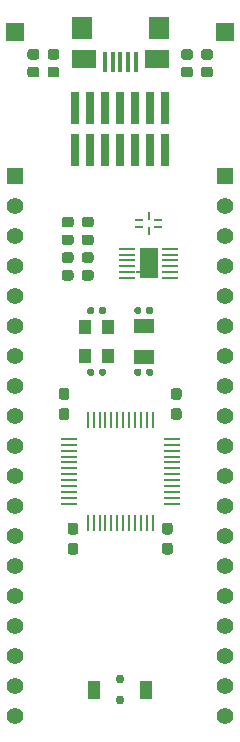
<source format=gts>
G04 #@! TF.GenerationSoftware,KiCad,Pcbnew,(5.1.9-0-10_14)*
G04 #@! TF.CreationDate,2021-07-10T20:46:14+09:00*
G04 #@! TF.ProjectId,EB-STM32L4P5CG,45422d53-544d-4333-924c-34503543472e,V1.0*
G04 #@! TF.SameCoordinates,Original*
G04 #@! TF.FileFunction,Soldermask,Top*
G04 #@! TF.FilePolarity,Negative*
%FSLAX46Y46*%
G04 Gerber Fmt 4.6, Leading zero omitted, Abs format (unit mm)*
G04 Created by KiCad (PCBNEW (5.1.9-0-10_14)) date 2021-07-10 20:46:14*
%MOMM*%
%LPD*%
G01*
G04 APERTURE LIST*
%ADD10R,1.100000X1.250000*%
%ADD11R,1.800000X1.200000*%
%ADD12R,0.150000X1.400000*%
%ADD13R,1.400000X0.150000*%
%ADD14R,1.500000X2.500000*%
%ADD15R,0.350000X0.150000*%
%ADD16R,0.675000X0.200000*%
%ADD17R,0.200000X0.700000*%
%ADD18R,1.600000X1.600000*%
%ADD19R,1.000000X1.600000*%
%ADD20C,0.750000*%
%ADD21C,1.400000*%
%ADD22R,1.400000X1.400000*%
%ADD23R,0.650000X2.770000*%
%ADD24R,1.800000X1.900000*%
%ADD25R,2.100000X1.600000*%
%ADD26R,0.300000X1.750000*%
G04 APERTURE END LIST*
D10*
X-3000000Y-15250000D03*
X-3000000Y-12750000D03*
X-1000000Y-12750000D03*
X-1000000Y-15250000D03*
G36*
G01*
X-2250000Y-3675000D02*
X-2250000Y-4125000D01*
G75*
G02*
X-2475000Y-4350000I-225000J0D01*
G01*
X-3025000Y-4350000D01*
G75*
G02*
X-3250000Y-4125000I0J225000D01*
G01*
X-3250000Y-3675000D01*
G75*
G02*
X-3025000Y-3450000I225000J0D01*
G01*
X-2475000Y-3450000D01*
G75*
G02*
X-2250000Y-3675000I0J-225000D01*
G01*
G37*
G36*
G01*
X-3950000Y-3675000D02*
X-3950000Y-4125000D01*
G75*
G02*
X-4175000Y-4350000I-225000J0D01*
G01*
X-4725000Y-4350000D01*
G75*
G02*
X-4950000Y-4125000I0J225000D01*
G01*
X-4950000Y-3675000D01*
G75*
G02*
X-4725000Y-3450000I225000J0D01*
G01*
X-4175000Y-3450000D01*
G75*
G02*
X-3950000Y-3675000I0J-225000D01*
G01*
G37*
G36*
G01*
X-2250000Y-5175000D02*
X-2250000Y-5625000D01*
G75*
G02*
X-2475000Y-5850000I-225000J0D01*
G01*
X-3025000Y-5850000D01*
G75*
G02*
X-3250000Y-5625000I0J225000D01*
G01*
X-3250000Y-5175000D01*
G75*
G02*
X-3025000Y-4950000I225000J0D01*
G01*
X-2475000Y-4950000D01*
G75*
G02*
X-2250000Y-5175000I0J-225000D01*
G01*
G37*
G36*
G01*
X-3950000Y-5175000D02*
X-3950000Y-5625000D01*
G75*
G02*
X-4175000Y-5850000I-225000J0D01*
G01*
X-4725000Y-5850000D01*
G75*
G02*
X-4950000Y-5625000I0J225000D01*
G01*
X-4950000Y-5175000D01*
G75*
G02*
X-4725000Y-4950000I225000J0D01*
G01*
X-4175000Y-4950000D01*
G75*
G02*
X-3950000Y-5175000I0J-225000D01*
G01*
G37*
D11*
X2000000Y-12700000D03*
X2000000Y-15300000D03*
D12*
X2750000Y-20650000D03*
X2250000Y-20650000D03*
X1750000Y-20650000D03*
X1250000Y-20650000D03*
X750000Y-20650000D03*
X250000Y-20650000D03*
X-250000Y-20650000D03*
X-750000Y-20650000D03*
X-1250000Y-20650000D03*
X-1750000Y-20650000D03*
X-2250000Y-20650000D03*
X-2750000Y-20650000D03*
D13*
X-4350000Y-22250000D03*
X-4350000Y-22750000D03*
X-4350000Y-23250000D03*
X-4350000Y-23750000D03*
X-4350000Y-24250000D03*
X-4350000Y-24750000D03*
X-4350000Y-25250000D03*
X-4350000Y-25750000D03*
X-4350000Y-26250000D03*
X-4350000Y-26750000D03*
X-4350000Y-27250000D03*
X-4350000Y-27750000D03*
D12*
X-2750000Y-29350000D03*
X-2250000Y-29350000D03*
X-1750000Y-29350000D03*
X-1250000Y-29350000D03*
X-750000Y-29350000D03*
X-250000Y-29350000D03*
X250000Y-29350000D03*
X750000Y-29350000D03*
X1250000Y-29350000D03*
X1750000Y-29350000D03*
X2250000Y-29350000D03*
X2750000Y-29350000D03*
D13*
X4350000Y-27750000D03*
X4350000Y-27250000D03*
X4350000Y-26750000D03*
X4350000Y-26250000D03*
X4350000Y-25750000D03*
X4350000Y-25250000D03*
X4350000Y-24750000D03*
X4350000Y-24250000D03*
X4350000Y-23750000D03*
X4350000Y-23250000D03*
X4350000Y-22750000D03*
X4350000Y-22250000D03*
D14*
X2400000Y-7400000D03*
D13*
X4200000Y-6150000D03*
X4200000Y-6650000D03*
X4200000Y-7150000D03*
X4200000Y-7650000D03*
X4200000Y-8150000D03*
X4200000Y-8650000D03*
X600000Y-8650000D03*
X600000Y-8150000D03*
X600000Y-7650000D03*
X600000Y-7150000D03*
X600000Y-6650000D03*
X600000Y-6150000D03*
D15*
X1475000Y-8150000D03*
D16*
X1612500Y-4275000D03*
X1612500Y-3725000D03*
D17*
X2400000Y-3350000D03*
D16*
X3187500Y-3725000D03*
X3187500Y-4275000D03*
D17*
X2400000Y-4650000D03*
D18*
X8900000Y12200000D03*
X-8890000Y12200000D03*
D19*
X-2200000Y-43500000D03*
X2200000Y-43500000D03*
D20*
X0Y-44400000D03*
X0Y-42600000D03*
G36*
G01*
X-2250000Y-6675000D02*
X-2250000Y-7125000D01*
G75*
G02*
X-2475000Y-7350000I-225000J0D01*
G01*
X-3025000Y-7350000D01*
G75*
G02*
X-3250000Y-7125000I0J225000D01*
G01*
X-3250000Y-6675000D01*
G75*
G02*
X-3025000Y-6450000I225000J0D01*
G01*
X-2475000Y-6450000D01*
G75*
G02*
X-2250000Y-6675000I0J-225000D01*
G01*
G37*
G36*
G01*
X-3950000Y-6675000D02*
X-3950000Y-7125000D01*
G75*
G02*
X-4175000Y-7350000I-225000J0D01*
G01*
X-4725000Y-7350000D01*
G75*
G02*
X-4950000Y-7125000I0J225000D01*
G01*
X-4950000Y-6675000D01*
G75*
G02*
X-4725000Y-6450000I225000J0D01*
G01*
X-4175000Y-6450000D01*
G75*
G02*
X-3950000Y-6675000I0J-225000D01*
G01*
G37*
G36*
G01*
X-7850000Y8575000D02*
X-7850000Y9025000D01*
G75*
G02*
X-7625000Y9250000I225000J0D01*
G01*
X-7075000Y9250000D01*
G75*
G02*
X-6850000Y9025000I0J-225000D01*
G01*
X-6850000Y8575000D01*
G75*
G02*
X-7075000Y8350000I-225000J0D01*
G01*
X-7625000Y8350000D01*
G75*
G02*
X-7850000Y8575000I0J225000D01*
G01*
G37*
G36*
G01*
X-6150000Y8575000D02*
X-6150000Y9025000D01*
G75*
G02*
X-5925000Y9250000I225000J0D01*
G01*
X-5375000Y9250000D01*
G75*
G02*
X-5150000Y9025000I0J-225000D01*
G01*
X-5150000Y8575000D01*
G75*
G02*
X-5375000Y8350000I-225000J0D01*
G01*
X-5925000Y8350000D01*
G75*
G02*
X-6150000Y8575000I0J225000D01*
G01*
G37*
G36*
G01*
X5150000Y8575000D02*
X5150000Y9025000D01*
G75*
G02*
X5375000Y9250000I225000J0D01*
G01*
X5925000Y9250000D01*
G75*
G02*
X6150000Y9025000I0J-225000D01*
G01*
X6150000Y8575000D01*
G75*
G02*
X5925000Y8350000I-225000J0D01*
G01*
X5375000Y8350000D01*
G75*
G02*
X5150000Y8575000I0J225000D01*
G01*
G37*
G36*
G01*
X6850000Y8575000D02*
X6850000Y9025000D01*
G75*
G02*
X7075000Y9250000I225000J0D01*
G01*
X7625000Y9250000D01*
G75*
G02*
X7850000Y9025000I0J-225000D01*
G01*
X7850000Y8575000D01*
G75*
G02*
X7625000Y8350000I-225000J0D01*
G01*
X7075000Y8350000D01*
G75*
G02*
X6850000Y8575000I0J225000D01*
G01*
G37*
D21*
X8890000Y-45720000D03*
X8890000Y-43180000D03*
X8890000Y-40640000D03*
X8890000Y-38100000D03*
X8890000Y-35560000D03*
X8890000Y-33020000D03*
D22*
X8890000Y0D03*
D21*
X8890000Y-2540000D03*
X8890000Y-5080000D03*
X8890000Y-7620000D03*
X8890000Y-10160000D03*
X8890000Y-12700000D03*
X8890000Y-15240000D03*
X8890000Y-17780000D03*
X8890000Y-20320000D03*
X8890000Y-22860000D03*
X8890000Y-25400000D03*
X8890000Y-27940000D03*
X8890000Y-30480000D03*
X-8890000Y-45720000D03*
X-8890000Y-43180000D03*
X-8890000Y-40640000D03*
X-8890000Y-38100000D03*
X-8890000Y-35560000D03*
X-8890000Y-33020000D03*
D22*
X-8890000Y0D03*
D21*
X-8890000Y-2540000D03*
X-8890000Y-5080000D03*
X-8890000Y-7620000D03*
X-8890000Y-10160000D03*
X-8890000Y-12700000D03*
X-8890000Y-15240000D03*
X-8890000Y-17780000D03*
X-8890000Y-20320000D03*
X-8890000Y-22860000D03*
X-8890000Y-25400000D03*
X-8890000Y-27940000D03*
X-8890000Y-30480000D03*
D23*
X3810000Y5778000D03*
X3810000Y2222000D03*
X2540000Y5778000D03*
X2540000Y2222000D03*
X1270000Y5778000D03*
X1270000Y2222000D03*
X0Y5778000D03*
X0Y2222000D03*
X-1270000Y5778000D03*
X-1270000Y2222000D03*
X-2540000Y5778000D03*
X-2540000Y2222000D03*
X-3810000Y5778000D03*
X-3810000Y2222000D03*
D24*
X-3250000Y12500000D03*
X3250000Y12500000D03*
D25*
X-3100000Y9950000D03*
X3100000Y9950000D03*
D26*
X-1300000Y9625000D03*
X-650000Y9625000D03*
X0Y9625000D03*
X650000Y9625000D03*
X1300000Y9625000D03*
G36*
G01*
X7850000Y10525000D02*
X7850000Y10075000D01*
G75*
G02*
X7625000Y9850000I-225000J0D01*
G01*
X7075000Y9850000D01*
G75*
G02*
X6850000Y10075000I0J225000D01*
G01*
X6850000Y10525000D01*
G75*
G02*
X7075000Y10750000I225000J0D01*
G01*
X7625000Y10750000D01*
G75*
G02*
X7850000Y10525000I0J-225000D01*
G01*
G37*
G36*
G01*
X6150000Y10525000D02*
X6150000Y10075000D01*
G75*
G02*
X5925000Y9850000I-225000J0D01*
G01*
X5375000Y9850000D01*
G75*
G02*
X5150000Y10075000I0J225000D01*
G01*
X5150000Y10525000D01*
G75*
G02*
X5375000Y10750000I225000J0D01*
G01*
X5925000Y10750000D01*
G75*
G02*
X6150000Y10525000I0J-225000D01*
G01*
G37*
G36*
G01*
X-2250000Y-8175000D02*
X-2250000Y-8625000D01*
G75*
G02*
X-2475000Y-8850000I-225000J0D01*
G01*
X-3025000Y-8850000D01*
G75*
G02*
X-3250000Y-8625000I0J225000D01*
G01*
X-3250000Y-8175000D01*
G75*
G02*
X-3025000Y-7950000I225000J0D01*
G01*
X-2475000Y-7950000D01*
G75*
G02*
X-2250000Y-8175000I0J-225000D01*
G01*
G37*
G36*
G01*
X-3950000Y-8175000D02*
X-3950000Y-8625000D01*
G75*
G02*
X-4175000Y-8850000I-225000J0D01*
G01*
X-4725000Y-8850000D01*
G75*
G02*
X-4950000Y-8625000I0J225000D01*
G01*
X-4950000Y-8175000D01*
G75*
G02*
X-4725000Y-7950000I225000J0D01*
G01*
X-4175000Y-7950000D01*
G75*
G02*
X-3950000Y-8175000I0J-225000D01*
G01*
G37*
G36*
G01*
X-5150000Y10525000D02*
X-5150000Y10075000D01*
G75*
G02*
X-5375000Y9850000I-225000J0D01*
G01*
X-5925000Y9850000D01*
G75*
G02*
X-6150000Y10075000I0J225000D01*
G01*
X-6150000Y10525000D01*
G75*
G02*
X-5925000Y10750000I225000J0D01*
G01*
X-5375000Y10750000D01*
G75*
G02*
X-5150000Y10525000I0J-225000D01*
G01*
G37*
G36*
G01*
X-6850000Y10525000D02*
X-6850000Y10075000D01*
G75*
G02*
X-7075000Y9850000I-225000J0D01*
G01*
X-7625000Y9850000D01*
G75*
G02*
X-7850000Y10075000I0J225000D01*
G01*
X-7850000Y10525000D01*
G75*
G02*
X-7625000Y10750000I225000J0D01*
G01*
X-7075000Y10750000D01*
G75*
G02*
X-6850000Y10525000I0J-225000D01*
G01*
G37*
G36*
G01*
X3775000Y-29350000D02*
X4225000Y-29350000D01*
G75*
G02*
X4450000Y-29575000I0J-225000D01*
G01*
X4450000Y-30125000D01*
G75*
G02*
X4225000Y-30350000I-225000J0D01*
G01*
X3775000Y-30350000D01*
G75*
G02*
X3550000Y-30125000I0J225000D01*
G01*
X3550000Y-29575000D01*
G75*
G02*
X3775000Y-29350000I225000J0D01*
G01*
G37*
G36*
G01*
X3775000Y-31050000D02*
X4225000Y-31050000D01*
G75*
G02*
X4450000Y-31275000I0J-225000D01*
G01*
X4450000Y-31825000D01*
G75*
G02*
X4225000Y-32050000I-225000J0D01*
G01*
X3775000Y-32050000D01*
G75*
G02*
X3550000Y-31825000I0J225000D01*
G01*
X3550000Y-31275000D01*
G75*
G02*
X3775000Y-31050000I225000J0D01*
G01*
G37*
G36*
G01*
X-4225000Y-29350000D02*
X-3775000Y-29350000D01*
G75*
G02*
X-3550000Y-29575000I0J-225000D01*
G01*
X-3550000Y-30125000D01*
G75*
G02*
X-3775000Y-30350000I-225000J0D01*
G01*
X-4225000Y-30350000D01*
G75*
G02*
X-4450000Y-30125000I0J225000D01*
G01*
X-4450000Y-29575000D01*
G75*
G02*
X-4225000Y-29350000I225000J0D01*
G01*
G37*
G36*
G01*
X-4225000Y-31050000D02*
X-3775000Y-31050000D01*
G75*
G02*
X-3550000Y-31275000I0J-225000D01*
G01*
X-3550000Y-31825000D01*
G75*
G02*
X-3775000Y-32050000I-225000J0D01*
G01*
X-4225000Y-32050000D01*
G75*
G02*
X-4450000Y-31825000I0J225000D01*
G01*
X-4450000Y-31275000D01*
G75*
G02*
X-4225000Y-31050000I225000J0D01*
G01*
G37*
G36*
G01*
X-4525000Y-20650000D02*
X-4975000Y-20650000D01*
G75*
G02*
X-5200000Y-20425000I0J225000D01*
G01*
X-5200000Y-19875000D01*
G75*
G02*
X-4975000Y-19650000I225000J0D01*
G01*
X-4525000Y-19650000D01*
G75*
G02*
X-4300000Y-19875000I0J-225000D01*
G01*
X-4300000Y-20425000D01*
G75*
G02*
X-4525000Y-20650000I-225000J0D01*
G01*
G37*
G36*
G01*
X-4525000Y-18950000D02*
X-4975000Y-18950000D01*
G75*
G02*
X-5200000Y-18725000I0J225000D01*
G01*
X-5200000Y-18175000D01*
G75*
G02*
X-4975000Y-17950000I225000J0D01*
G01*
X-4525000Y-17950000D01*
G75*
G02*
X-4300000Y-18175000I0J-225000D01*
G01*
X-4300000Y-18725000D01*
G75*
G02*
X-4525000Y-18950000I-225000J0D01*
G01*
G37*
G36*
G01*
X4975000Y-20650000D02*
X4525000Y-20650000D01*
G75*
G02*
X4300000Y-20425000I0J225000D01*
G01*
X4300000Y-19875000D01*
G75*
G02*
X4525000Y-19650000I225000J0D01*
G01*
X4975000Y-19650000D01*
G75*
G02*
X5200000Y-19875000I0J-225000D01*
G01*
X5200000Y-20425000D01*
G75*
G02*
X4975000Y-20650000I-225000J0D01*
G01*
G37*
G36*
G01*
X4975000Y-18950000D02*
X4525000Y-18950000D01*
G75*
G02*
X4300000Y-18725000I0J225000D01*
G01*
X4300000Y-18175000D01*
G75*
G02*
X4525000Y-17950000I225000J0D01*
G01*
X4975000Y-17950000D01*
G75*
G02*
X5200000Y-18175000I0J-225000D01*
G01*
X5200000Y-18725000D01*
G75*
G02*
X4975000Y-18950000I-225000J0D01*
G01*
G37*
G36*
G01*
X2800000Y-16450000D02*
X2800000Y-16750000D01*
G75*
G02*
X2650000Y-16900000I-150000J0D01*
G01*
X2350000Y-16900000D01*
G75*
G02*
X2200000Y-16750000I0J150000D01*
G01*
X2200000Y-16450000D01*
G75*
G02*
X2350000Y-16300000I150000J0D01*
G01*
X2650000Y-16300000D01*
G75*
G02*
X2800000Y-16450000I0J-150000D01*
G01*
G37*
G36*
G01*
X1800000Y-16450000D02*
X1800000Y-16750000D01*
G75*
G02*
X1650000Y-16900000I-150000J0D01*
G01*
X1350000Y-16900000D01*
G75*
G02*
X1200000Y-16750000I0J150000D01*
G01*
X1200000Y-16450000D01*
G75*
G02*
X1350000Y-16300000I150000J0D01*
G01*
X1650000Y-16300000D01*
G75*
G02*
X1800000Y-16450000I0J-150000D01*
G01*
G37*
G36*
G01*
X2800000Y-11240000D02*
X2800000Y-11540000D01*
G75*
G02*
X2650000Y-11690000I-150000J0D01*
G01*
X2350000Y-11690000D01*
G75*
G02*
X2200000Y-11540000I0J150000D01*
G01*
X2200000Y-11240000D01*
G75*
G02*
X2350000Y-11090000I150000J0D01*
G01*
X2650000Y-11090000D01*
G75*
G02*
X2800000Y-11240000I0J-150000D01*
G01*
G37*
G36*
G01*
X1800000Y-11240000D02*
X1800000Y-11540000D01*
G75*
G02*
X1650000Y-11690000I-150000J0D01*
G01*
X1350000Y-11690000D01*
G75*
G02*
X1200000Y-11540000I0J150000D01*
G01*
X1200000Y-11240000D01*
G75*
G02*
X1350000Y-11090000I150000J0D01*
G01*
X1650000Y-11090000D01*
G75*
G02*
X1800000Y-11240000I0J-150000D01*
G01*
G37*
G36*
G01*
X-2800000Y-11550000D02*
X-2800000Y-11250000D01*
G75*
G02*
X-2650000Y-11100000I150000J0D01*
G01*
X-2350000Y-11100000D01*
G75*
G02*
X-2200000Y-11250000I0J-150000D01*
G01*
X-2200000Y-11550000D01*
G75*
G02*
X-2350000Y-11700000I-150000J0D01*
G01*
X-2650000Y-11700000D01*
G75*
G02*
X-2800000Y-11550000I0J150000D01*
G01*
G37*
G36*
G01*
X-1800000Y-11550000D02*
X-1800000Y-11250000D01*
G75*
G02*
X-1650000Y-11100000I150000J0D01*
G01*
X-1350000Y-11100000D01*
G75*
G02*
X-1200000Y-11250000I0J-150000D01*
G01*
X-1200000Y-11550000D01*
G75*
G02*
X-1350000Y-11700000I-150000J0D01*
G01*
X-1650000Y-11700000D01*
G75*
G02*
X-1800000Y-11550000I0J150000D01*
G01*
G37*
G36*
G01*
X-1200000Y-16450000D02*
X-1200000Y-16750000D01*
G75*
G02*
X-1350000Y-16900000I-150000J0D01*
G01*
X-1650000Y-16900000D01*
G75*
G02*
X-1800000Y-16750000I0J150000D01*
G01*
X-1800000Y-16450000D01*
G75*
G02*
X-1650000Y-16300000I150000J0D01*
G01*
X-1350000Y-16300000D01*
G75*
G02*
X-1200000Y-16450000I0J-150000D01*
G01*
G37*
G36*
G01*
X-2200000Y-16450000D02*
X-2200000Y-16750000D01*
G75*
G02*
X-2350000Y-16900000I-150000J0D01*
G01*
X-2650000Y-16900000D01*
G75*
G02*
X-2800000Y-16750000I0J150000D01*
G01*
X-2800000Y-16450000D01*
G75*
G02*
X-2650000Y-16300000I150000J0D01*
G01*
X-2350000Y-16300000D01*
G75*
G02*
X-2200000Y-16450000I0J-150000D01*
G01*
G37*
M02*

</source>
